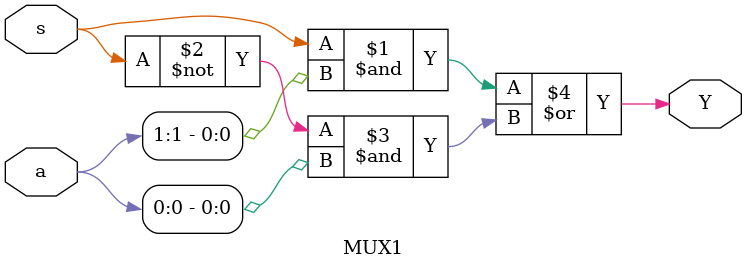
<source format=v>
module MUX1( a, s, Y );

    input wire [1:0] a;
    input s;
    output Y;
    
    assign Y = s & a[1] | ~s & a[0];

endmodule
</source>
